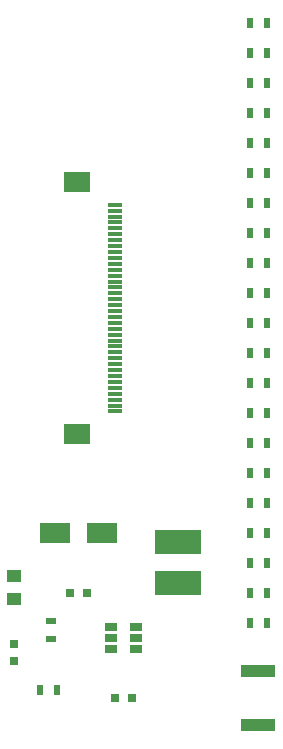
<source format=gbr>
G04 #@! TF.FileFunction,Paste,Top*
%FSLAX46Y46*%
G04 Gerber Fmt 4.6, Leading zero omitted, Abs format (unit mm)*
G04 Created by KiCad (PCBNEW 4.0.7) date 09/10/19 22:44:32*
%MOMM*%
%LPD*%
G01*
G04 APERTURE LIST*
%ADD10C,0.100000*%
%ADD11R,3.000000X1.000000*%
%ADD12R,0.800000X0.750000*%
%ADD13R,1.250000X1.000000*%
%ADD14R,0.750000X0.800000*%
%ADD15R,2.500000X1.800000*%
%ADD16R,4.000000X2.000000*%
%ADD17R,0.500000X0.900000*%
%ADD18R,0.900000X0.500000*%
%ADD19R,2.200000X1.800000*%
%ADD20R,1.300000X0.300000*%
%ADD21R,1.060000X0.650000*%
G04 APERTURE END LIST*
D10*
D11*
X148590000Y-113270000D03*
X148590000Y-117870000D03*
D12*
X132600000Y-106680000D03*
X134100000Y-106680000D03*
X136410000Y-115570000D03*
X137910000Y-115570000D03*
D13*
X127900000Y-105200000D03*
X127900000Y-107200000D03*
D14*
X127900000Y-110950000D03*
X127900000Y-112450000D03*
D15*
X131350000Y-101600000D03*
X135350000Y-101600000D03*
D16*
X141780000Y-102330000D03*
X141780000Y-105830000D03*
D17*
X147840000Y-58420000D03*
X149340000Y-58420000D03*
X147840000Y-60960000D03*
X149340000Y-60960000D03*
X147840000Y-63500000D03*
X149340000Y-63500000D03*
X147840000Y-66040000D03*
X149340000Y-66040000D03*
X147840000Y-68580000D03*
X149340000Y-68580000D03*
X147840000Y-71120000D03*
X149340000Y-71120000D03*
X147840000Y-76200000D03*
X149340000Y-76200000D03*
X147840000Y-78740000D03*
X149340000Y-78740000D03*
X147840000Y-81280000D03*
X149340000Y-81280000D03*
X147840000Y-83820000D03*
X149340000Y-83820000D03*
X147840000Y-86360000D03*
X149340000Y-86360000D03*
X147840000Y-88900000D03*
X149340000Y-88900000D03*
X147840000Y-91440000D03*
X149340000Y-91440000D03*
X147840000Y-93980000D03*
X149340000Y-93980000D03*
X147840000Y-96520000D03*
X149340000Y-96520000D03*
X147840000Y-99060000D03*
X149340000Y-99060000D03*
X147840000Y-101600000D03*
X149340000Y-101600000D03*
X147840000Y-104140000D03*
X149340000Y-104140000D03*
X147840000Y-106680000D03*
X149340000Y-106680000D03*
X147840000Y-109220000D03*
X149340000Y-109220000D03*
X130050000Y-114900000D03*
X131550000Y-114900000D03*
D18*
X131000000Y-109050000D03*
X131000000Y-110550000D03*
D19*
X133220000Y-93200000D03*
X133220000Y-71900000D03*
D20*
X136470000Y-73800000D03*
X136470000Y-74300000D03*
X136470000Y-74800000D03*
X136470000Y-75300000D03*
X136470000Y-75800000D03*
X136470000Y-76300000D03*
X136470000Y-76800000D03*
X136470000Y-77300000D03*
X136470000Y-77800000D03*
X136470000Y-78300000D03*
X136470000Y-78800000D03*
X136470000Y-79300000D03*
X136470000Y-79800000D03*
X136470000Y-80300000D03*
X136470000Y-80800000D03*
X136470000Y-81300000D03*
X136470000Y-81800000D03*
X136470000Y-82300000D03*
X136470000Y-82800000D03*
X136470000Y-83300000D03*
X136470000Y-83800000D03*
X136470000Y-84300000D03*
X136470000Y-84800000D03*
X136470000Y-85300000D03*
X136470000Y-85800000D03*
X136470000Y-86300000D03*
X136470000Y-86800000D03*
X136470000Y-87300000D03*
X136470000Y-87800000D03*
X136470000Y-88300000D03*
X136470000Y-88800000D03*
X136470000Y-89300000D03*
X136470000Y-89800000D03*
X136470000Y-90300000D03*
X136470000Y-90800000D03*
X136470000Y-91300000D03*
D21*
X136060000Y-109540000D03*
X136060000Y-110490000D03*
X136060000Y-111440000D03*
X138260000Y-111440000D03*
X138260000Y-109540000D03*
X138260000Y-110490000D03*
D17*
X147840000Y-73660000D03*
X149340000Y-73660000D03*
M02*

</source>
